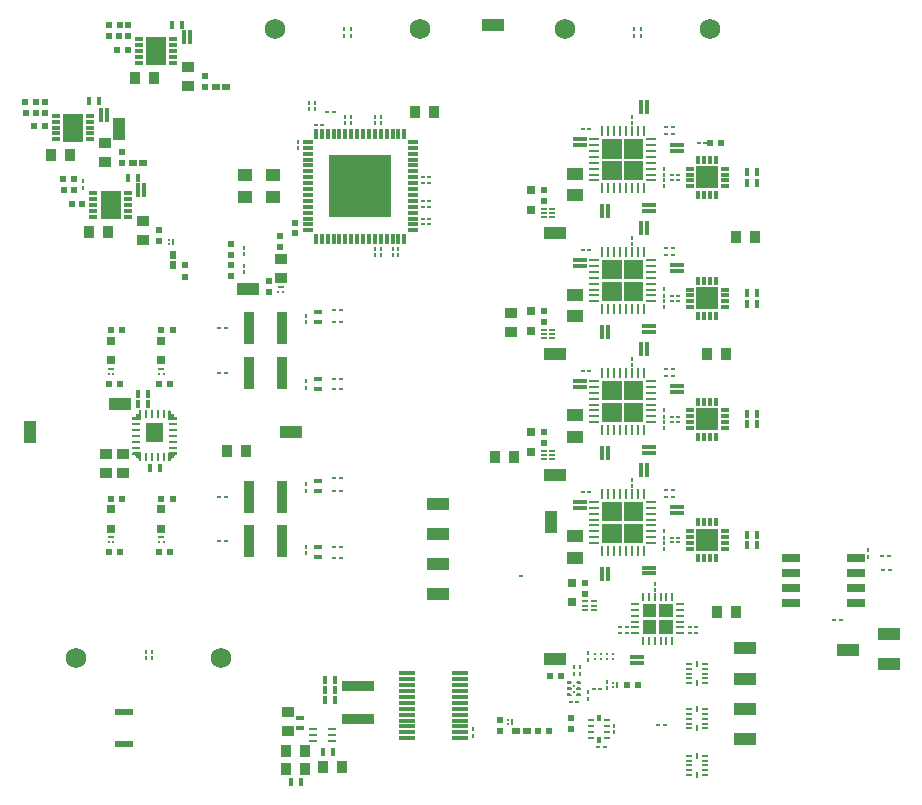
<source format=gtp>
G04*
G04 #@! TF.GenerationSoftware,Altium Limited,Altium Designer,24.2.2 (26)*
G04*
G04 Layer_Color=8421504*
%FSLAX26Y26*%
%MOIN*%
G70*
G04*
G04 #@! TF.SameCoordinates,1490CFCF-B2EF-406E-B7EC-920D21FDAB99*
G04*
G04*
G04 #@! TF.FilePolarity,Positive*
G04*
G01*
G75*
%ADD18R,0.010000X0.032000*%
%ADD19R,0.032000X0.010000*%
%ADD20R,0.031496X0.031496*%
%ADD21C,0.001000*%
%ADD22C,0.001000*%
%ADD23R,0.011811X0.010800*%
%ADD24R,0.015748X0.025591*%
%ADD25R,0.072835X0.039370*%
%ADD26R,0.039370X0.072835*%
%ADD27R,0.039370X0.035433*%
%ADD28R,0.022835X0.024409*%
%ADD29R,0.056102X0.011811*%
%ADD30R,0.024409X0.022835*%
%ADD31R,0.064961X0.021654*%
%ADD32R,0.026000X0.010000*%
%ADD33R,0.010000X0.026000*%
%ADD34R,0.023622X0.007874*%
%ADD35R,0.007874X0.023622*%
%ADD36R,0.015748X0.003937*%
%ADD37R,0.015748X0.007874*%
%ADD38R,0.003937X0.015748*%
%ADD39R,0.021654X0.009842*%
%ADD40R,0.021654X0.007874*%
%ADD41R,0.011811X0.023622*%
%ADD42C,0.012000*%
%ADD43R,0.029528X0.011811*%
%ADD44R,0.011811X0.029528*%
%ADD45R,0.072835X0.072835*%
%ADD46R,0.060039X0.025591*%
%ADD47R,0.028000X0.009000*%
%ADD48R,0.009842X0.027559*%
%ADD49C,0.017716*%
%ADD50R,0.027559X0.009842*%
%ADD51R,0.208661X0.208661*%
%ADD52R,0.011811X0.033465*%
%ADD53R,0.033465X0.011811*%
%ADD54R,0.051181X0.041339*%
%ADD55R,0.031496X0.011811*%
%ADD56R,0.068504X0.097638*%
%ADD57C,0.068898*%
%ADD58R,0.019685X0.005906*%
%ADD59R,0.005906X0.009842*%
%ADD60R,0.027559X0.019685*%
%ADD61R,0.019685X0.027559*%
%ADD62R,0.005906X0.019685*%
%ADD63R,0.009842X0.005906*%
%ADD64R,0.039370X0.035433*%
%ADD65R,0.035433X0.039370*%
%ADD66R,0.010800X0.011811*%
%ADD67R,0.037402X0.110236*%
%ADD68R,0.110236X0.037402*%
%ADD69R,0.004921X0.023622*%
%ADD70R,0.047244X0.011811*%
%ADD71R,0.011811X0.047244*%
%ADD72R,0.023622X0.004921*%
%ADD73R,0.039370X0.037402*%
%ADD74R,0.037402X0.039370*%
%ADD75R,0.024409X0.024409*%
%ADD76R,0.024409X0.024409*%
%ADD77R,0.025591X0.015748*%
%ADD78R,0.057087X0.043307*%
G36*
X1663829Y159038D02*
X1663829Y155101D01*
X1661860Y153132D01*
X1653164D01*
X1651772Y153709D01*
X1647870Y157611D01*
X1647293Y159003D01*
Y159038D01*
X1649262Y161006D01*
X1661860D01*
X1663829Y159038D01*
D02*
G37*
G36*
X1633120D02*
Y159003D01*
X1632544Y157611D01*
X1628641Y153709D01*
X1627250Y153132D01*
X1618553D01*
X1616585Y155101D01*
X1616585Y159038D01*
X1618553Y161006D01*
X1631152D01*
X1633120Y159038D01*
D02*
G37*
G36*
X1644939Y149406D02*
Y146622D01*
X1641599Y143282D01*
X1638815D01*
X1635474Y146622D01*
Y149406D01*
X1638815Y152747D01*
X1641599D01*
X1644939Y149406D01*
D02*
G37*
G36*
X1663829Y139353D02*
X1663829Y135416D01*
X1661860Y133447D01*
X1651416D01*
X1650024Y134024D01*
X1648224Y135993D01*
Y138776D01*
X1650024Y140745D01*
X1651416Y141321D01*
X1661860D01*
X1663829Y139353D01*
D02*
G37*
G36*
X1630567Y140745D02*
X1632367Y138776D01*
X1632367Y135993D01*
X1630567Y134024D01*
X1629175Y133447D01*
X1618730Y133447D01*
X1616762Y135416D01*
Y139353D01*
X1618730Y141321D01*
X1629175D01*
X1630567Y140745D01*
D02*
G37*
G36*
X1644939Y128146D02*
Y125362D01*
X1641599Y122022D01*
X1638815D01*
X1635474Y125362D01*
Y128147D01*
X1638815Y131487D01*
X1641599Y131487D01*
X1644939Y128146D01*
D02*
G37*
G36*
X1628641Y121060D02*
X1632544Y117158D01*
X1633120Y115766D01*
Y115731D01*
X1631152Y113762D01*
X1618553D01*
X1616585Y115731D01*
X1616585Y119668D01*
X1618553Y121636D01*
X1627250D01*
X1628641Y121060D01*
D02*
G37*
G36*
X1663829Y119668D02*
X1663829Y115731D01*
X1661860Y113762D01*
X1649262D01*
X1647293Y115731D01*
Y115766D01*
X1647870Y117157D01*
X1651772Y121060D01*
X1653164Y121636D01*
X1661860D01*
X1663829Y119668D01*
D02*
G37*
G36*
X1868903Y320610D02*
X1915030D01*
Y366736D01*
X1868903D01*
Y320610D01*
D02*
G37*
G36*
Y374610D02*
X1915030D01*
Y420736D01*
X1868903D01*
Y374610D01*
D02*
G37*
G36*
X1922903Y320610D02*
X1969030D01*
Y366736D01*
X1922903D01*
Y320610D01*
D02*
G37*
G36*
Y374610D02*
X1969030D01*
Y420736D01*
X1922903D01*
Y374610D01*
D02*
G37*
G36*
X1799345Y622886D02*
Y687012D01*
X1735219D01*
Y622886D01*
X1799345D01*
D02*
G37*
G36*
Y694886D02*
Y759012D01*
X1735219D01*
Y694886D01*
X1799345D01*
D02*
G37*
G36*
X1871345Y622886D02*
Y687012D01*
X1807219D01*
Y622886D01*
X1871345D01*
D02*
G37*
G36*
Y694886D02*
Y759012D01*
X1807219D01*
Y694886D01*
X1871345D01*
D02*
G37*
G36*
Y1903909D02*
X1807219D01*
Y1968034D01*
X1871345D01*
Y1903909D01*
D02*
G37*
G36*
X1799345D02*
X1735219D01*
Y1968034D01*
X1799345D01*
Y1903909D01*
D02*
G37*
G36*
X1871345Y1831909D02*
X1807219D01*
Y1896034D01*
X1871345D01*
Y1831909D01*
D02*
G37*
G36*
X1799345D02*
X1735219D01*
Y1896034D01*
X1799345D01*
Y1831909D01*
D02*
G37*
G36*
X1871345Y1500901D02*
X1807219D01*
Y1565027D01*
X1871345D01*
Y1500901D01*
D02*
G37*
G36*
X1799345D02*
X1735219D01*
Y1565027D01*
X1799345D01*
Y1500901D01*
D02*
G37*
G36*
X1871345Y1428901D02*
X1807219D01*
Y1493027D01*
X1871345D01*
Y1428901D01*
D02*
G37*
G36*
X1799345D02*
X1735219D01*
Y1493027D01*
X1799345D01*
Y1428901D01*
D02*
G37*
G36*
X1871345Y1097893D02*
X1807219D01*
Y1162019D01*
X1871345D01*
Y1097893D01*
D02*
G37*
G36*
X1799345D02*
X1735219D01*
Y1162019D01*
X1799345D01*
Y1097893D01*
D02*
G37*
G36*
X297113Y1063583D02*
X297113Y1055709D01*
X299081Y1053740D01*
X304987D01*
X306955Y1051772D01*
X306955Y1045866D01*
X308924Y1043898D01*
X316798D01*
X318766Y1041929D01*
Y1036024D01*
X316798Y1034055D01*
X289239D01*
X287270Y1036024D01*
X287270Y1063583D01*
X289239Y1065551D01*
X295144D01*
X297113Y1063583D01*
D02*
G37*
G36*
X198688D02*
Y1036024D01*
X196719Y1034055D01*
X169160Y1034055D01*
X167192Y1036024D01*
Y1041929D01*
X169160Y1043898D01*
X177034D01*
X179003Y1045866D01*
X179003Y1051772D01*
X180971Y1053740D01*
X186877D01*
X188845Y1055709D01*
X188845Y1063583D01*
X190814Y1065551D01*
X196719D01*
X198688Y1063583D01*
D02*
G37*
G36*
X1871345Y1025893D02*
X1807219D01*
Y1090019D01*
X1871345D01*
Y1025893D01*
D02*
G37*
G36*
X1799345D02*
X1735219D01*
Y1090019D01*
X1799345D01*
Y1025893D01*
D02*
G37*
G36*
X271916Y1021850D02*
Y961614D01*
X269947Y959646D01*
X216011D01*
X214042Y961614D01*
Y1021850D01*
X216011Y1023819D01*
X269947D01*
X271916Y1021850D01*
D02*
G37*
G36*
X318766Y923819D02*
Y917913D01*
X316798Y915945D01*
X308924D01*
X306955Y913976D01*
Y908071D01*
X304987Y906102D01*
X299081D01*
X297113Y904134D01*
Y896260D01*
X295144Y894291D01*
X289239D01*
X287270Y896260D01*
Y923819D01*
X289239Y925787D01*
X316798D01*
X318766Y923819D01*
D02*
G37*
G36*
X198688D02*
Y896260D01*
X196719Y894291D01*
X190814D01*
X188845Y896260D01*
X188845Y904134D01*
X186877Y906102D01*
X180971D01*
X179003Y908071D01*
X179003Y913976D01*
X177034Y915945D01*
X169160D01*
X167192Y917913D01*
Y923819D01*
X169160Y925787D01*
X196719Y925787D01*
X198688Y923819D01*
D02*
G37*
D18*
X1872180Y785449D02*
D03*
X1852495D02*
D03*
X1832810D02*
D03*
X1813125D02*
D03*
X1793440D02*
D03*
X1773755D02*
D03*
X1754070D02*
D03*
X1734385D02*
D03*
Y596449D02*
D03*
X1754070D02*
D03*
X1773755D02*
D03*
X1793440D02*
D03*
X1813125D02*
D03*
X1832810D02*
D03*
X1852495D02*
D03*
X1872180D02*
D03*
Y1188456D02*
D03*
X1852495D02*
D03*
X1832810D02*
D03*
X1813125D02*
D03*
X1793440D02*
D03*
X1773755D02*
D03*
X1754070D02*
D03*
X1734385D02*
D03*
Y999456D02*
D03*
X1754070D02*
D03*
X1773755D02*
D03*
X1793440D02*
D03*
X1813125D02*
D03*
X1832810D02*
D03*
X1852495D02*
D03*
X1872180D02*
D03*
Y1591464D02*
D03*
X1852495D02*
D03*
X1832810D02*
D03*
X1813125D02*
D03*
X1793440D02*
D03*
X1773755D02*
D03*
X1754070D02*
D03*
X1734385D02*
D03*
Y1402464D02*
D03*
X1754070D02*
D03*
X1773755D02*
D03*
X1793440D02*
D03*
X1813125D02*
D03*
X1832810D02*
D03*
X1852495D02*
D03*
X1872180D02*
D03*
Y1994472D02*
D03*
X1852495D02*
D03*
X1832810D02*
D03*
X1813125D02*
D03*
X1793440D02*
D03*
X1773755D02*
D03*
X1754070D02*
D03*
X1734385D02*
D03*
Y1805472D02*
D03*
X1754070D02*
D03*
X1773755D02*
D03*
X1793440D02*
D03*
X1813125D02*
D03*
X1832810D02*
D03*
X1852495D02*
D03*
X1872180D02*
D03*
D19*
X1708783Y759846D02*
D03*
Y740161D02*
D03*
Y720476D02*
D03*
Y700791D02*
D03*
Y681106D02*
D03*
Y661421D02*
D03*
Y641736D02*
D03*
Y622051D02*
D03*
X1897783D02*
D03*
Y641736D02*
D03*
Y661421D02*
D03*
Y681106D02*
D03*
Y700791D02*
D03*
Y720476D02*
D03*
Y740161D02*
D03*
Y759846D02*
D03*
X1708783Y1162854D02*
D03*
Y1143169D02*
D03*
Y1123484D02*
D03*
Y1103799D02*
D03*
Y1084114D02*
D03*
Y1064429D02*
D03*
Y1044744D02*
D03*
Y1025059D02*
D03*
X1897783D02*
D03*
Y1044744D02*
D03*
Y1064429D02*
D03*
Y1084114D02*
D03*
Y1103799D02*
D03*
Y1123484D02*
D03*
Y1143169D02*
D03*
Y1162854D02*
D03*
X1708783Y1565861D02*
D03*
Y1546177D02*
D03*
Y1526492D02*
D03*
Y1506806D02*
D03*
Y1487121D02*
D03*
Y1467436D02*
D03*
Y1447751D02*
D03*
Y1428066D02*
D03*
X1897783D02*
D03*
Y1447751D02*
D03*
Y1467436D02*
D03*
Y1487121D02*
D03*
Y1506806D02*
D03*
Y1526492D02*
D03*
Y1546177D02*
D03*
Y1565861D02*
D03*
X1708783Y1968869D02*
D03*
Y1949184D02*
D03*
Y1929499D02*
D03*
Y1909814D02*
D03*
Y1890129D02*
D03*
Y1870444D02*
D03*
Y1850759D02*
D03*
Y1831074D02*
D03*
X1897783D02*
D03*
Y1850759D02*
D03*
Y1870444D02*
D03*
Y1890129D02*
D03*
Y1909814D02*
D03*
Y1929499D02*
D03*
Y1949184D02*
D03*
Y1968869D02*
D03*
D20*
X1496188Y1330378D02*
D03*
Y1395378D02*
D03*
X1496056Y927370D02*
D03*
Y992370D02*
D03*
X1633868Y425784D02*
D03*
Y490784D02*
D03*
X1496188Y1733529D02*
D03*
Y1798529D02*
D03*
X97127Y1231870D02*
D03*
Y1296870D02*
D03*
X265349Y1231870D02*
D03*
Y1296870D02*
D03*
X97127Y670846D02*
D03*
Y735846D02*
D03*
X265349Y670846D02*
D03*
Y735846D02*
D03*
D21*
X1655561Y117699D02*
D03*
X1656041Y137384D02*
D03*
X1655561Y157069D02*
D03*
X1624853D02*
D03*
X1624372Y137384D02*
D03*
X1624853Y117699D02*
D03*
D22*
X1640207Y148014D02*
D03*
Y126754D02*
D03*
D23*
X1628930Y91011D02*
D03*
X1650583D02*
D03*
X2077347Y1957181D02*
D03*
X2055694D02*
D03*
X2529341Y367393D02*
D03*
X2507688D02*
D03*
X2692786Y534046D02*
D03*
X2671133D02*
D03*
X1727226Y137385D02*
D03*
X1705573D02*
D03*
X1920488Y14659D02*
D03*
X1942141D02*
D03*
X778877Y2016230D02*
D03*
X800530D02*
D03*
X839900Y2058147D02*
D03*
X818247D02*
D03*
X862375Y796729D02*
D03*
X840722D02*
D03*
X862375Y837973D02*
D03*
X840722D02*
D03*
X863281Y609760D02*
D03*
X841627D02*
D03*
X862375Y573540D02*
D03*
X840722D02*
D03*
X862375Y1357753D02*
D03*
X840722D02*
D03*
X862375Y1398997D02*
D03*
X840722D02*
D03*
X862375Y1170784D02*
D03*
X840722D02*
D03*
X862375Y1134563D02*
D03*
X840722D02*
D03*
X1669756Y1598623D02*
D03*
X1691410D02*
D03*
X1669756Y1195616D02*
D03*
X1691410D02*
D03*
X1670248Y792116D02*
D03*
X1691902D02*
D03*
X1669756Y2001631D02*
D03*
X1691410D02*
D03*
X1948063Y1605371D02*
D03*
X1969716D02*
D03*
X1948063Y1202363D02*
D03*
X1969716D02*
D03*
X1948063Y799356D02*
D03*
X1969716D02*
D03*
X1948063Y2008378D02*
D03*
X1969716D02*
D03*
X1948063Y1582186D02*
D03*
X1969716D02*
D03*
X1948063Y1179179D02*
D03*
X1969716D02*
D03*
X1948063Y776171D02*
D03*
X1969716D02*
D03*
X1948063Y1985194D02*
D03*
X1969716D02*
D03*
X1742572Y-56960D02*
D03*
X1720918D02*
D03*
X1816089Y341146D02*
D03*
X1794436D02*
D03*
X1816089Y321461D02*
D03*
X1794436D02*
D03*
X2689999Y579105D02*
D03*
X2668346D02*
D03*
X2026636Y341146D02*
D03*
X2048289D02*
D03*
X2026636Y321461D02*
D03*
X2048289D02*
D03*
X1136866Y1684278D02*
D03*
X1158520D02*
D03*
X1136866Y1703947D02*
D03*
X1158520D02*
D03*
X1136866Y1743333D02*
D03*
X1158520D02*
D03*
X1136866Y1763002D02*
D03*
X1158520D02*
D03*
X1136866Y1822073D02*
D03*
X1158520D02*
D03*
X1136866Y1841742D02*
D03*
X1158520D02*
D03*
X457799Y629535D02*
D03*
X479452D02*
D03*
X457799Y777158D02*
D03*
X479452D02*
D03*
X457799Y1190472D02*
D03*
X479452D02*
D03*
X457799Y1338268D02*
D03*
X479452D02*
D03*
X1966483Y1430250D02*
D03*
X1988137D02*
D03*
X1966483Y1027243D02*
D03*
X1988137D02*
D03*
X1966483Y624235D02*
D03*
X1988137D02*
D03*
X1966483Y1833258D02*
D03*
X1988137D02*
D03*
X1966483Y1445568D02*
D03*
X1988137D02*
D03*
X1966483Y1042560D02*
D03*
X1988137D02*
D03*
X1966483Y639552D02*
D03*
X1988137D02*
D03*
X1966483Y1848575D02*
D03*
X1988137D02*
D03*
D24*
X24532Y2095469D02*
D03*
X57996D02*
D03*
X187046Y1085166D02*
D03*
X220510D02*
D03*
X187046Y1117760D02*
D03*
X220510D02*
D03*
X260640Y872507D02*
D03*
X227175D02*
D03*
X186500Y1837750D02*
D03*
X153035D02*
D03*
X730196Y-174102D02*
D03*
X696732D02*
D03*
X334256Y2349867D02*
D03*
X300791D02*
D03*
X842903Y165236D02*
D03*
X809438D02*
D03*
X842903Y131619D02*
D03*
X809438D02*
D03*
Y98002D02*
D03*
X842903D02*
D03*
X802559Y-75597D02*
D03*
X836024D02*
D03*
X2217752Y1420656D02*
D03*
X2251216D02*
D03*
X2217752Y1017648D02*
D03*
X2251216D02*
D03*
X2217752Y614640D02*
D03*
X2251216D02*
D03*
X2217752Y1823663D02*
D03*
X2251216D02*
D03*
X2217752Y1455162D02*
D03*
X2251216D02*
D03*
X2217752Y1052154D02*
D03*
X2251216D02*
D03*
X2217752Y649147D02*
D03*
X2251216D02*
D03*
X2217752Y1858170D02*
D03*
X2251216D02*
D03*
D25*
X696687Y991732D02*
D03*
X1575891Y848422D02*
D03*
Y1251430D02*
D03*
X1576022Y1654438D02*
D03*
X554046Y1467898D02*
D03*
X1187220Y652447D02*
D03*
Y551971D02*
D03*
Y451495D02*
D03*
Y752923D02*
D03*
X2692028Y317716D02*
D03*
Y217716D02*
D03*
X2553158Y267499D02*
D03*
X2212063Y-30532D02*
D03*
Y69944D02*
D03*
Y170420D02*
D03*
Y270896D02*
D03*
X1369116Y2348039D02*
D03*
X1577840Y237083D02*
D03*
X127555Y1084534D02*
D03*
D26*
X1564718Y691942D02*
D03*
X123555Y2003885D02*
D03*
X-171230Y991723D02*
D03*
D27*
X80936Y855974D02*
D03*
Y918966D02*
D03*
X137691Y855974D02*
D03*
Y918966D02*
D03*
X685872Y60462D02*
D03*
Y-2530D02*
D03*
D28*
X1852620Y148515D02*
D03*
X1815613D02*
D03*
X302357Y1331475D02*
D03*
X265349D02*
D03*
X258459Y1153048D02*
D03*
X295467D02*
D03*
X134135Y1331475D02*
D03*
X97127D02*
D03*
X90237Y1153048D02*
D03*
X127245D02*
D03*
X1596548Y178549D02*
D03*
X1559541D02*
D03*
X1557004Y-3241D02*
D03*
X1519996D02*
D03*
X-24846Y1834195D02*
D03*
X-61854D02*
D03*
X90237Y592024D02*
D03*
X127245D02*
D03*
X258459D02*
D03*
X295467D02*
D03*
X134135Y770452D02*
D03*
X97127D02*
D03*
X302357D02*
D03*
X265349D02*
D03*
X2131456Y1957181D02*
D03*
X2094449D02*
D03*
X125964Y2348120D02*
D03*
X88957D02*
D03*
X-151213Y2093711D02*
D03*
X-188220D02*
D03*
D29*
X1258963Y188072D02*
D03*
Y168387D02*
D03*
Y148702D02*
D03*
Y129017D02*
D03*
Y109332D02*
D03*
Y89647D02*
D03*
Y69962D02*
D03*
Y50277D02*
D03*
Y30592D02*
D03*
Y10907D02*
D03*
Y-8778D02*
D03*
Y-28463D02*
D03*
X1084790D02*
D03*
Y-8778D02*
D03*
Y10907D02*
D03*
Y30592D02*
D03*
Y50277D02*
D03*
Y69962D02*
D03*
Y89647D02*
D03*
Y109332D02*
D03*
Y129017D02*
D03*
Y148702D02*
D03*
Y168387D02*
D03*
Y188072D02*
D03*
D30*
X1628930Y37948D02*
D03*
Y941D02*
D03*
X257782Y1666904D02*
D03*
Y1629896D02*
D03*
X1392394Y-3463D02*
D03*
Y33544D02*
D03*
X624390Y1459872D02*
D03*
Y1496880D02*
D03*
X661379Y1644941D02*
D03*
Y1607933D02*
D03*
X498608Y1549320D02*
D03*
Y1512312D02*
D03*
Y1583181D02*
D03*
Y1620189D02*
D03*
X343474Y1510596D02*
D03*
Y1547604D02*
D03*
X153498Y2311209D02*
D03*
Y2348217D02*
D03*
X410024Y2179439D02*
D03*
Y2142432D02*
D03*
X-123275Y2056719D02*
D03*
Y2093727D02*
D03*
X133159Y1925030D02*
D03*
Y1888022D02*
D03*
X1541073Y1358399D02*
D03*
Y1395407D02*
D03*
X1540942Y955391D02*
D03*
Y992399D02*
D03*
X1678753Y453776D02*
D03*
Y490784D02*
D03*
X1541073Y1761406D02*
D03*
Y1798414D02*
D03*
D31*
X140399Y-48444D02*
D03*
Y57855D02*
D03*
D32*
X1992466Y321461D02*
D03*
Y341146D02*
D03*
Y360831D02*
D03*
Y380516D02*
D03*
Y400201D02*
D03*
Y419886D02*
D03*
X1845466D02*
D03*
Y400201D02*
D03*
Y380516D02*
D03*
Y360831D02*
D03*
Y341146D02*
D03*
Y321461D02*
D03*
D33*
X1968179Y444173D02*
D03*
X1948494D02*
D03*
X1928809D02*
D03*
X1909124D02*
D03*
X1889439D02*
D03*
X1869754D02*
D03*
Y297173D02*
D03*
X1889439D02*
D03*
X1909124D02*
D03*
X1928809D02*
D03*
X1948494D02*
D03*
X1968179D02*
D03*
D34*
X2078299Y-150337D02*
D03*
Y-134589D02*
D03*
Y-118841D02*
D03*
Y-103093D02*
D03*
Y-87345D02*
D03*
X2023180D02*
D03*
Y-103093D02*
D03*
Y-118841D02*
D03*
Y-134589D02*
D03*
Y-150337D02*
D03*
X2078299Y4628D02*
D03*
Y20376D02*
D03*
Y36124D02*
D03*
Y51872D02*
D03*
Y67620D02*
D03*
X2023180D02*
D03*
Y51872D02*
D03*
Y36124D02*
D03*
Y20376D02*
D03*
Y4628D02*
D03*
X2078299Y155795D02*
D03*
Y171543D02*
D03*
Y187292D02*
D03*
Y203040D02*
D03*
Y218788D02*
D03*
X2023180D02*
D03*
Y203040D02*
D03*
Y187292D02*
D03*
Y171543D02*
D03*
Y155795D02*
D03*
D35*
X2050740Y-87345D02*
D03*
Y-150337D02*
D03*
Y67620D02*
D03*
Y4628D02*
D03*
Y218788D02*
D03*
Y155795D02*
D03*
D36*
X1463339Y524336D02*
D03*
Y451400D02*
D03*
Y460021D02*
D03*
Y468641D02*
D03*
Y477262D02*
D03*
Y485883D02*
D03*
Y494504D02*
D03*
Y503125D02*
D03*
D37*
Y513730D02*
D03*
D38*
X1483111Y531774D02*
D03*
X1491731D02*
D03*
X1500352D02*
D03*
X1508973D02*
D03*
X1517594D02*
D03*
X1509621Y423507D02*
D03*
X1501001D02*
D03*
X1492380D02*
D03*
X1483759D02*
D03*
X1475138D02*
D03*
D39*
X1750015Y-27243D02*
D03*
Y31812D02*
D03*
X1696866D02*
D03*
Y-27243D02*
D03*
D40*
X1750015Y-7558D02*
D03*
Y12127D02*
D03*
X1696866D02*
D03*
Y-7558D02*
D03*
D41*
X1723440Y37718D02*
D03*
Y-33148D02*
D03*
D42*
X1770650Y254061D02*
D03*
Y234376D02*
D03*
X1750965Y254061D02*
D03*
Y234376D02*
D03*
X1731280Y254061D02*
D03*
Y234376D02*
D03*
X1711595Y254061D02*
D03*
Y234376D02*
D03*
D43*
X2025551Y661421D02*
D03*
Y641736D02*
D03*
Y622051D02*
D03*
Y602366D02*
D03*
X2143661D02*
D03*
Y622051D02*
D03*
Y641736D02*
D03*
Y661421D02*
D03*
X2025551Y1064429D02*
D03*
Y1044744D02*
D03*
Y1025059D02*
D03*
Y1005374D02*
D03*
X2143661D02*
D03*
Y1025059D02*
D03*
Y1044744D02*
D03*
Y1064429D02*
D03*
X2025551Y1870444D02*
D03*
Y1850759D02*
D03*
Y1831074D02*
D03*
Y1811389D02*
D03*
X2143661D02*
D03*
Y1831074D02*
D03*
Y1850759D02*
D03*
Y1870444D02*
D03*
X2025551Y1467436D02*
D03*
Y1447751D02*
D03*
Y1428066D02*
D03*
Y1408381D02*
D03*
X2143661D02*
D03*
Y1428066D02*
D03*
Y1447751D02*
D03*
Y1467436D02*
D03*
D44*
X2055079Y572838D02*
D03*
X2074764D02*
D03*
X2094449D02*
D03*
X2114134D02*
D03*
Y690949D02*
D03*
X2094449D02*
D03*
X2074764D02*
D03*
X2055079D02*
D03*
Y975846D02*
D03*
X2074764D02*
D03*
X2094449D02*
D03*
X2114134D02*
D03*
Y1093956D02*
D03*
X2094449D02*
D03*
X2074764D02*
D03*
X2055079D02*
D03*
Y1781861D02*
D03*
X2074764D02*
D03*
X2094449D02*
D03*
X2114134D02*
D03*
Y1899972D02*
D03*
X2094449D02*
D03*
X2074764D02*
D03*
X2055079D02*
D03*
Y1378854D02*
D03*
X2074764D02*
D03*
X2094449D02*
D03*
X2114134D02*
D03*
Y1496964D02*
D03*
X2094449D02*
D03*
X2074764D02*
D03*
X2055079D02*
D03*
D45*
X2084606Y631894D02*
D03*
Y1034901D02*
D03*
Y1840916D02*
D03*
Y1437909D02*
D03*
D46*
X2578845Y571560D02*
D03*
Y521560D02*
D03*
Y471560D02*
D03*
Y421560D02*
D03*
X2365301D02*
D03*
Y471560D02*
D03*
Y521560D02*
D03*
Y571560D02*
D03*
D47*
X834434Y-36204D02*
D03*
Y-16514D02*
D03*
Y3176D02*
D03*
X771434D02*
D03*
Y-16514D02*
D03*
Y-36204D02*
D03*
D48*
X272507Y908071D02*
D03*
X252821D02*
D03*
X233137D02*
D03*
X213451D02*
D03*
Y1051772D02*
D03*
X233137D02*
D03*
X252821D02*
D03*
X272507D02*
D03*
D49*
X188845Y915945D02*
D03*
Y1043898D02*
D03*
X297113D02*
D03*
Y915945D02*
D03*
D50*
X180971Y940551D02*
D03*
Y960236D02*
D03*
Y979921D02*
D03*
Y999606D02*
D03*
Y1019291D02*
D03*
X304987D02*
D03*
Y999606D02*
D03*
Y979921D02*
D03*
Y960236D02*
D03*
Y940551D02*
D03*
D51*
X927499Y1812217D02*
D03*
D52*
X779861Y1987414D02*
D03*
X799546D02*
D03*
X819231D02*
D03*
X838916D02*
D03*
X858601D02*
D03*
X878286D02*
D03*
X897971D02*
D03*
X917656D02*
D03*
X937341D02*
D03*
X957027D02*
D03*
X976712D02*
D03*
X996396D02*
D03*
X1016082D02*
D03*
X1035767D02*
D03*
X1055452D02*
D03*
X1075137D02*
D03*
Y1637020D02*
D03*
X1055452D02*
D03*
X1035767D02*
D03*
X1016082D02*
D03*
X996396D02*
D03*
X976712D02*
D03*
X957027D02*
D03*
X937341D02*
D03*
X917656D02*
D03*
X897971D02*
D03*
X878286D02*
D03*
X858601D02*
D03*
X838916D02*
D03*
X819231D02*
D03*
X799546D02*
D03*
X779861D02*
D03*
D53*
X1102696Y1959855D02*
D03*
Y1940170D02*
D03*
Y1920485D02*
D03*
Y1900800D02*
D03*
Y1881115D02*
D03*
Y1861430D02*
D03*
Y1841745D02*
D03*
Y1822060D02*
D03*
Y1802375D02*
D03*
Y1782690D02*
D03*
Y1763005D02*
D03*
Y1743320D02*
D03*
Y1723635D02*
D03*
Y1703950D02*
D03*
Y1684264D02*
D03*
Y1664580D02*
D03*
X752302D02*
D03*
Y1684264D02*
D03*
Y1703950D02*
D03*
Y1723635D02*
D03*
Y1743320D02*
D03*
Y1763005D02*
D03*
Y1782690D02*
D03*
Y1802375D02*
D03*
Y1822060D02*
D03*
Y1841745D02*
D03*
Y1861430D02*
D03*
Y1881115D02*
D03*
Y1900800D02*
D03*
Y1920485D02*
D03*
Y1940170D02*
D03*
Y1959855D02*
D03*
D54*
X635666Y1775800D02*
D03*
X545115D02*
D03*
Y1848635D02*
D03*
X635666D02*
D03*
D55*
X152905Y1709855D02*
D03*
Y1729540D02*
D03*
Y1749225D02*
D03*
Y1768910D02*
D03*
Y1788595D02*
D03*
X38732D02*
D03*
Y1768910D02*
D03*
Y1749225D02*
D03*
Y1729540D02*
D03*
Y1709855D02*
D03*
X28283Y1967981D02*
D03*
Y1987666D02*
D03*
Y2007351D02*
D03*
Y2027036D02*
D03*
Y2046721D02*
D03*
X-85891D02*
D03*
Y2027036D02*
D03*
Y2007351D02*
D03*
Y1987666D02*
D03*
Y1967981D02*
D03*
X305147Y2222390D02*
D03*
Y2242075D02*
D03*
Y2261760D02*
D03*
Y2281445D02*
D03*
Y2301131D02*
D03*
X190974D02*
D03*
Y2281445D02*
D03*
Y2261760D02*
D03*
Y2242075D02*
D03*
Y2222390D02*
D03*
D56*
X95819Y1749225D02*
D03*
X-28804Y2007351D02*
D03*
X248060Y2261760D02*
D03*
D57*
X465099Y238662D02*
D03*
X-18169D02*
D03*
X1611009Y2334224D02*
D03*
X1127741D02*
D03*
X644473D02*
D03*
X2094277D02*
D03*
D58*
X97127Y1202621D02*
D03*
X265349D02*
D03*
X97127Y641597D02*
D03*
X265349D02*
D03*
X662247Y1475620D02*
D03*
X1568501Y1304714D02*
D03*
Y1318494D02*
D03*
Y1332273D02*
D03*
X1540942D02*
D03*
Y1318494D02*
D03*
Y1304714D02*
D03*
X1568501Y901706D02*
D03*
Y915486D02*
D03*
Y929265D02*
D03*
X1540942D02*
D03*
Y915486D02*
D03*
Y901706D02*
D03*
X1706312Y400091D02*
D03*
Y413870D02*
D03*
Y427650D02*
D03*
X1678753D02*
D03*
Y413870D02*
D03*
Y400091D02*
D03*
X1568501Y1707722D02*
D03*
Y1721501D02*
D03*
Y1735281D02*
D03*
X1540942D02*
D03*
Y1721501D02*
D03*
Y1707722D02*
D03*
D59*
X104017Y1186873D02*
D03*
X90237D02*
D03*
X272239D02*
D03*
X258459D02*
D03*
X104017Y625849D02*
D03*
X90237D02*
D03*
X272239D02*
D03*
X258459D02*
D03*
X669137Y1459872D02*
D03*
X655358D02*
D03*
D60*
X169401Y1888022D02*
D03*
X204834D02*
D03*
X446266Y2142432D02*
D03*
X481699D02*
D03*
X1483407Y-3443D02*
D03*
X1447974D02*
D03*
D61*
X304895Y1548045D02*
D03*
Y1583478D02*
D03*
D62*
Y1625736D02*
D03*
X1435092Y27006D02*
D03*
X1785163Y148476D02*
D03*
D63*
X289147Y1618846D02*
D03*
Y1632625D02*
D03*
X1419344Y20116D02*
D03*
Y33896D02*
D03*
X1769415Y141586D02*
D03*
Y155365D02*
D03*
D64*
X662247Y1507018D02*
D03*
Y1570011D02*
D03*
D65*
X744960Y-130946D02*
D03*
X681968D02*
D03*
X546496Y930000D02*
D03*
X483504D02*
D03*
X681968Y-71863D02*
D03*
X744960D02*
D03*
D66*
X1909124Y465769D02*
D03*
Y487423D02*
D03*
X1055449Y1581196D02*
D03*
X1688266Y254937D02*
D03*
Y233283D02*
D03*
X1661764Y208108D02*
D03*
Y186454D02*
D03*
X1640207Y208108D02*
D03*
Y186454D02*
D03*
X1775065Y13249D02*
D03*
Y-8404D02*
D03*
X2620154Y597701D02*
D03*
Y576047D02*
D03*
X541989Y1547155D02*
D03*
Y1525502D02*
D03*
X542045Y1585346D02*
D03*
Y1607000D02*
D03*
X719250Y1939186D02*
D03*
Y1960839D02*
D03*
X3553Y1827922D02*
D03*
Y1806269D02*
D03*
X1941999Y1429752D02*
D03*
Y1408099D02*
D03*
Y1026745D02*
D03*
Y1005091D02*
D03*
Y623737D02*
D03*
Y602083D02*
D03*
Y1832760D02*
D03*
Y1811106D02*
D03*
Y1446065D02*
D03*
Y1467719D02*
D03*
Y1043058D02*
D03*
Y1064711D02*
D03*
Y640050D02*
D03*
Y661704D02*
D03*
Y1849073D02*
D03*
Y1870727D02*
D03*
X1686434Y124227D02*
D03*
Y102573D02*
D03*
X1750890Y159940D02*
D03*
Y138287D02*
D03*
X1035780Y1602850D02*
D03*
Y1581196D02*
D03*
X212638Y260315D02*
D03*
Y238662D02*
D03*
X234292Y260315D02*
D03*
Y238662D02*
D03*
X1302881Y-20557D02*
D03*
Y1096D02*
D03*
X1055449Y1602850D02*
D03*
X976725D02*
D03*
Y1581196D02*
D03*
X996394Y1602850D02*
D03*
Y1581196D02*
D03*
X757003Y2067896D02*
D03*
Y2089549D02*
D03*
X776672Y2067896D02*
D03*
Y2089549D02*
D03*
X1863470Y2312570D02*
D03*
Y2334224D02*
D03*
X878294Y2043238D02*
D03*
Y2021585D02*
D03*
X875280Y2312570D02*
D03*
Y2334224D02*
D03*
X1841816Y2312570D02*
D03*
Y2334224D02*
D03*
X897963Y2043238D02*
D03*
Y2021585D02*
D03*
X896934Y2312570D02*
D03*
Y2334224D02*
D03*
X996389Y2021585D02*
D03*
Y2043238D02*
D03*
X976720Y2021585D02*
D03*
Y2043238D02*
D03*
X747709Y588197D02*
D03*
Y609850D02*
D03*
Y818496D02*
D03*
Y796843D02*
D03*
Y1140275D02*
D03*
Y1161929D02*
D03*
Y1379410D02*
D03*
Y1357756D02*
D03*
X1832724Y1640072D02*
D03*
Y1618419D02*
D03*
X1832638Y1237151D02*
D03*
Y1215497D02*
D03*
X1832724Y834057D02*
D03*
Y812404D02*
D03*
X1832638Y2043166D02*
D03*
Y2021513D02*
D03*
D67*
X665798Y1338268D02*
D03*
X557530D02*
D03*
X665798Y1190472D02*
D03*
X557530D02*
D03*
X665798Y777158D02*
D03*
X557530D02*
D03*
X665798Y629622D02*
D03*
X557530D02*
D03*
D68*
X921019Y37182D02*
D03*
Y145450D02*
D03*
D69*
X1869723Y1369279D02*
D03*
X1859801D02*
D03*
X1869723Y966923D02*
D03*
X1859801D02*
D03*
X1869723Y564672D02*
D03*
X1859801D02*
D03*
X1869723Y1774679D02*
D03*
X1859801D02*
D03*
X1751529Y1367955D02*
D03*
X1741607D02*
D03*
X1751529Y966275D02*
D03*
X1741607D02*
D03*
X1751529Y564439D02*
D03*
X1741607D02*
D03*
X1751529Y1773290D02*
D03*
X1741607D02*
D03*
X1871403Y1627693D02*
D03*
X1881325D02*
D03*
X1871403Y1224685D02*
D03*
X1881325D02*
D03*
X1871403Y821678D02*
D03*
X1881325D02*
D03*
X1871403Y2032345D02*
D03*
X1881325D02*
D03*
X1973092Y476337D02*
D03*
X1983014D02*
D03*
X1871576Y264896D02*
D03*
X1881498D02*
D03*
X1871966Y472203D02*
D03*
X1881889D02*
D03*
D70*
X1890911Y1346589D02*
D03*
Y1326904D02*
D03*
Y943347D02*
D03*
Y923662D02*
D03*
Y540813D02*
D03*
Y521128D02*
D03*
Y1749660D02*
D03*
Y1729975D02*
D03*
X1850812Y243509D02*
D03*
Y223824D02*
D03*
X1661355Y1545100D02*
D03*
Y1564784D02*
D03*
Y1142029D02*
D03*
Y1161714D02*
D03*
Y739063D02*
D03*
Y758748D02*
D03*
Y1947967D02*
D03*
Y1967652D02*
D03*
X1982140Y1547552D02*
D03*
Y1527867D02*
D03*
Y1144694D02*
D03*
Y1125009D02*
D03*
Y741509D02*
D03*
Y721824D02*
D03*
Y1950307D02*
D03*
Y1930622D02*
D03*
D71*
X1755039Y1325033D02*
D03*
X1735354D02*
D03*
X1755039Y922369D02*
D03*
X1735354D02*
D03*
X1755039Y519059D02*
D03*
X1735354D02*
D03*
X1755039Y1728255D02*
D03*
X1735354D02*
D03*
X1864822Y1672102D02*
D03*
X1884507D02*
D03*
X1864822Y1268659D02*
D03*
X1884507D02*
D03*
X1864822Y865765D02*
D03*
X1884507D02*
D03*
X1864822Y2074590D02*
D03*
X1884507D02*
D03*
X188005Y1798501D02*
D03*
X207690D02*
D03*
X340166Y2310845D02*
D03*
X359851D02*
D03*
X63827Y2047627D02*
D03*
X83512D02*
D03*
D72*
X1420448Y450466D02*
D03*
Y460387D02*
D03*
X1667924Y1504458D02*
D03*
Y1494536D02*
D03*
Y1101521D02*
D03*
Y1091599D02*
D03*
Y698305D02*
D03*
Y688383D02*
D03*
Y1907528D02*
D03*
Y1897606D02*
D03*
X1933747Y1543747D02*
D03*
Y1533825D02*
D03*
Y1141108D02*
D03*
Y1131186D02*
D03*
Y737975D02*
D03*
Y728053D02*
D03*
Y1947358D02*
D03*
Y1937436D02*
D03*
X1499994Y1487555D02*
D03*
Y1497477D02*
D03*
X1499636Y1084571D02*
D03*
Y1094493D02*
D03*
X1499994Y681536D02*
D03*
Y691458D02*
D03*
X1499994Y1890521D02*
D03*
Y1900443D02*
D03*
X2169380Y1381054D02*
D03*
Y1390976D02*
D03*
Y977468D02*
D03*
Y987390D02*
D03*
Y574144D02*
D03*
Y584066D02*
D03*
Y1783207D02*
D03*
Y1793130D02*
D03*
D73*
X1430638Y1327203D02*
D03*
Y1390195D02*
D03*
X202719Y1633832D02*
D03*
Y1696824D02*
D03*
X354960Y2146367D02*
D03*
Y2209359D02*
D03*
X78096Y1891958D02*
D03*
Y1954950D02*
D03*
D74*
X1172556Y2060021D02*
D03*
X1109563D02*
D03*
X86075Y1659046D02*
D03*
X23082D02*
D03*
X239369Y2171961D02*
D03*
X176376D02*
D03*
X803258Y-124703D02*
D03*
X866250D02*
D03*
X-38548Y1917172D02*
D03*
X-101541D02*
D03*
X1441489Y909114D02*
D03*
X1378497D02*
D03*
X2178875Y391195D02*
D03*
X2115883D02*
D03*
X2148352Y1251426D02*
D03*
X2085360D02*
D03*
X2242777Y1643347D02*
D03*
X2179785D02*
D03*
D75*
X709949Y1654737D02*
D03*
Y1690170D02*
D03*
D76*
X-33471Y1754119D02*
D03*
X1962D02*
D03*
X-61087Y1800658D02*
D03*
X-25654D02*
D03*
X118770Y2266655D02*
D03*
X154203D02*
D03*
X89712Y2311085D02*
D03*
X125145D02*
D03*
X-158094Y2012245D02*
D03*
X-122661D02*
D03*
X-187434Y2056764D02*
D03*
X-152001D02*
D03*
D77*
X786712Y609850D02*
D03*
Y576385D02*
D03*
Y796843D02*
D03*
Y830307D02*
D03*
Y1170787D02*
D03*
Y1137322D02*
D03*
Y1357756D02*
D03*
Y1391221D02*
D03*
X728605Y6502D02*
D03*
Y39966D02*
D03*
D78*
X1643139Y1379862D02*
D03*
Y1450728D02*
D03*
Y976854D02*
D03*
Y1047720D02*
D03*
Y573847D02*
D03*
Y644713D02*
D03*
Y1782870D02*
D03*
Y1853736D02*
D03*
M02*

</source>
